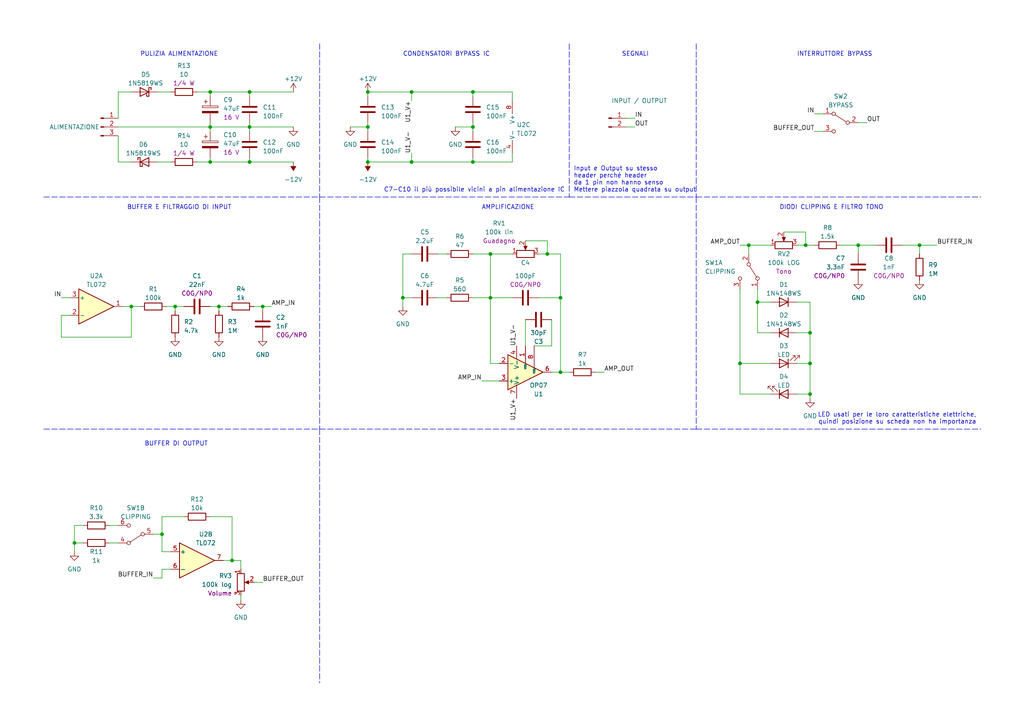
<source format=kicad_sch>
(kicad_sch (version 20230121) (generator eeschema)
  (paper "A4")
  (title_block (title "EFFETTO DISTORSORE ") (date "2023-03-13") (rev "1") (comment 1 "CIrcuito adattato dal pedale per effetti \"RAT\" della ProCo"))
  (lib_symbols
    (symbol "Amplifier_Operational:OP07" (pin_names (offset 0.127))
      (property "Reference" "U" (at 1.27 6.35 0))
      (property "Value" "OP07" (at 1.27 3.81 0))
      (symbol "OP07_0_1"
        (polyline (pts (xy -5.08 5.08) (xy 5.08 0) (xy -5.08 -5.08) (xy -5.08 5.08)) (stroke (width 0.254)) (fill (type background)))
      )
      (symbol "OP07_1_1"
        (pin input line (at 0 -7.62 90) (length 5.08) (name "VOS") (number "1"))
        (pin input line (at -7.62 -2.54 0) (length 2.54) (name "-") (number "2"))
        (pin input line (at -7.62 2.54 0) (length 2.54) (name "+") (number "3"))
        (pin power_in line (at -2.54 -7.62 90) (length 3.81) (name "V-") (number "4"))
        (pin no_connect line (at 0 2.54 270) (length 2.54) hide (name "NC") (number "5"))
        (pin output line (at 7.62 0 180) (length 2.54) (name "~") (number "6"))
        (pin power_in line (at -2.54 7.62 270) (length 3.81) (name "V+") (number "7"))
        (pin input line (at 2.54 -7.62 90) (length 6.35) (name "VOS") (number "8"))
      )
    )
    (symbol "Amplifier_Operational:TL072" (pin_names (offset 0.127))
      (property "Reference" "U" (at 0 5.08 0))
      (property "Value" "TL072" (at 0 -5.08 0))
      (symbol "TL072_1_1"
        (polyline (pts (xy -5.08 5.08) (xy 5.08 0) (xy -5.08 -5.08) (xy -5.08 5.08)) (stroke (width 0.254)) (fill (type background)))
        (pin output line (at 7.62 0 180) (length 2.54) (name "~") (number "1"))
        (pin input line (at -7.62 -2.54 0) (length 2.54) (name "-") (number "2"))
        (pin input line (at -7.62 2.54 0) (length 2.54) (name "+") (number "3"))
      )
      (symbol "TL072_2_1"
        (polyline (pts (xy -5.08 5.08) (xy 5.08 0) (xy -5.08 -5.08) (xy -5.08 5.08)) (stroke (width 0.254)) (fill (type background)))
        (pin input line (at -7.62 2.54 0) (length 2.54) (name "+") (number "5"))
        (pin input line (at -7.62 -2.54 0) (length 2.54) (name "-") (number "6"))
        (pin output line (at 7.62 0 180) (length 2.54) (name "~") (number "7"))
      )
      (symbol "TL072_3_1"
        (pin power_in line (at -2.54 -7.62 90) (length 3.81) (name "V-") (number "4"))
        (pin power_in line (at -2.54 7.62 270) (length 3.81) (name "V+") (number "8"))
      )
    )
    (symbol "Connector:Conn_01x02_Pin" (pin_names (offset 1.016) hide)
      (property "Reference" "J" (at 0 2.54 0))
      (property "Value" "Conn_01x02_Pin" (at 0 -5.08 0))
      (symbol "Conn_01x02_Pin_1_1"
        (polyline (pts (xy 1.27 -2.54) (xy 0.8636 -2.54)) (stroke (width 0.1524)))
        (polyline (pts (xy 1.27 0) (xy 0.8636 0)) (stroke (width 0.1524)))
        (rectangle (start 0.8636 -2.413) (end 0 -2.667) (stroke (width 0.1524)) (fill (type outline)))
        (rectangle (start 0.8636 0.127) (end 0 -0.127) (stroke (width 0.1524)) (fill (type outline)))
        (pin passive line (at 5.08 0 180) (length 3.81) (name "Pin_1") (number "1"))
        (pin passive line (at 5.08 -2.54 180) (length 3.81) (name "Pin_2") (number "2"))
      )
    )
    (symbol "Connector:Conn_01x03_Pin" (pin_names (offset 1.016) hide)
      (property "Reference" "J" (at 0 5.08 0))
      (property "Value" "Conn_01x03_Pin" (at 0 -5.08 0))
      (symbol "Conn_01x03_Pin_1_1"
        (polyline (pts (xy 1.27 -2.54) (xy 0.8636 -2.54)) (stroke (width 0.1524)))
        (polyline (pts (xy 1.27 0) (xy 0.8636 0)) (stroke (width 0.1524)))
        (polyline (pts (xy 1.27 2.54) (xy 0.8636 2.54)) (stroke (width 0.1524)))
        (rectangle (start 0.8636 -2.413) (end 0 -2.667) (stroke (width 0.1524)) (fill (type outline)))
        (rectangle (start 0.8636 0.127) (end 0 -0.127) (stroke (width 0.1524)) (fill (type outline)))
        (rectangle (start 0.8636 2.667) (end 0 2.413) (stroke (width 0.1524)) (fill (type outline)))
        (pin passive line (at 5.08 2.54 180) (length 3.81) (name "Pin_1") (number "1"))
        (pin passive line (at 5.08 0 180) (length 3.81) (name "Pin_2") (number "2"))
        (pin passive line (at 5.08 -2.54 180) (length 3.81) (name "Pin_3") (number "3"))
      )
    )
    (symbol "Device:C" (pin_numbers hide) (pin_names (offset 0.254))
      (property "Reference" "C" (at 0.635 2.54 0))
      (property "Value" "C" (at 0.635 -2.54 0))
      (symbol "C_0_1"
        (polyline (pts (xy -2.032 -0.762) (xy 2.032 -0.762)) (stroke (width 0.508)))
        (polyline (pts (xy -2.032 0.762) (xy 2.032 0.762)) (stroke (width 0.508)))
      )
      (symbol "C_1_1"
        (pin passive line (at 0 3.81 270) (length 2.794) (name "~") (number "1"))
        (pin passive line (at 0 -3.81 90) (length 2.794) (name "~") (number "2"))
      )
    )
    (symbol "Device:C_Polarized" (pin_numbers hide) (pin_names (offset 0.254))
      (property "Reference" "C" (at 0.635 2.54 0))
      (property "Value" "C_Polarized" (at 0.635 -2.54 0))
      (symbol "C_Polarized_0_1"
        (rectangle (start -2.286 0.508) (end 2.286 1.016))
        (polyline (pts (xy -1.778 2.286) (xy -0.762 2.286)))
        (polyline (pts (xy -1.27 2.794) (xy -1.27 1.778)))
        (rectangle (start 2.286 -0.508) (end -2.286 -1.016) (fill (type outline)))
      )
      (symbol "C_Polarized_1_1"
        (pin passive line (at 0 3.81 270) (length 2.794) (name "~") (number "1"))
        (pin passive line (at 0 -3.81 90) (length 2.794) (name "~") (number "2"))
      )
    )
    (symbol "Device:LED" (pin_numbers hide) (pin_names (offset 1.016) hide)
      (property "Reference" "D" (at 0 2.54 0))
      (property "Value" "LED" (at 0 -2.54 0))
      (symbol "LED_0_1"
        (polyline (pts (xy -1.27 -1.27) (xy -1.27 1.27)) (stroke (width 0.254)))
        (polyline (pts (xy -1.27 0) (xy 1.27 0)))
        (polyline (pts (xy 1.27 -1.27) (xy 1.27 1.27) (xy -1.27 0) (xy 1.27 -1.27)) (stroke (width 0.254)))
        (polyline (pts (xy -3.048 -0.762) (xy -4.572 -2.286) (xy -3.81 -2.286) (xy -4.572 -2.286) (xy -4.572 -1.524)))
        (polyline (pts (xy -1.778 -0.762) (xy -3.302 -2.286) (xy -2.54 -2.286) (xy -3.302 -2.286) (xy -3.302 -1.524)))
      )
      (symbol "LED_1_1"
        (pin passive line (at -3.81 0 0) (length 2.54) (name "K") (number "1"))
        (pin passive line (at 3.81 0 180) (length 2.54) (name "A") (number "2"))
      )
    )
    (symbol "Device:R" (pin_numbers hide) (pin_names (offset 0))
      (property "Reference" "R" (at 2.032 0 90))
      (property "Value" "R" (at 0 0 90))
      (symbol "R_0_1"
        (rectangle (start -1.016 -2.54) (end 1.016 2.54) (stroke (width 0.254)))
      )
      (symbol "R_1_1"
        (pin passive line (at 0 3.81 270) (length 1.27) (name "~") (number "1"))
        (pin passive line (at 0 -3.81 90) (length 1.27) (name "~") (number "2"))
      )
    )
    (symbol "Device:R_Potentiometer" (pin_names (offset 1.016) hide)
      (property "Reference" "RV" (at -4.445 0 90))
      (property "Value" "R_Potentiometer" (at -2.54 0 90))
      (symbol "R_Potentiometer_0_1"
        (polyline (pts (xy 2.54 0) (xy 1.524 0)))
        (polyline (pts (xy 1.143 0) (xy 2.286 0.508) (xy 2.286 -0.508) (xy 1.143 0)) (fill (type outline)))
        (rectangle (start 1.016 2.54) (end -1.016 -2.54) (stroke (width 0.254)))
      )
      (symbol "R_Potentiometer_1_1"
        (pin passive line (at 0 3.81 270) (length 1.27) (name "1") (number "1"))
        (pin passive line (at 3.81 0 180) (length 1.27) (name "2") (number "2"))
        (pin passive line (at 0 -3.81 90) (length 1.27) (name "3") (number "3"))
      )
    )
    (symbol "Diode:1N4148WS" (pin_numbers hide) (pin_names hide)
      (property "Reference" "D" (at 0 2.54 0))
      (property "Value" "1N4148WS" (at 0 -2.54 0))
      (symbol "1N4148WS_0_1"
        (polyline (pts (xy -1.27 1.27) (xy -1.27 -1.27)) (stroke (width 0.254)))
        (polyline (pts (xy 1.27 0) (xy -1.27 0)))
        (polyline (pts (xy 1.27 1.27) (xy 1.27 -1.27) (xy -1.27 0) (xy 1.27 1.27)) (stroke (width 0.254)))
      )
      (symbol "1N4148WS_1_1"
        (pin passive line (at -3.81 0 0) (length 2.54) (name "K") (number "1"))
        (pin passive line (at 3.81 0 180) (length 2.54) (name "A") (number "2"))
      )
    )
    (symbol "Diode:1N5819WS" (pin_numbers hide) (pin_names (offset 1.016) hide)
      (property "Reference" "D" (at 0 2.54 0))
      (property "Value" "1N5819WS" (at 0 -2.54 0))
      (symbol "1N5819WS_0_1"
        (polyline (pts (xy 1.27 0) (xy -1.27 0)))
        (polyline (pts (xy 1.27 1.27) (xy 1.27 -1.27) (xy -1.27 0) (xy 1.27 1.27)) (stroke (width 0.254)))
        (polyline (pts (xy -1.905 0.635) (xy -1.905 1.27) (xy -1.27 1.27) (xy -1.27 -1.27) (xy -0.635 -1.27) (xy -0.635 -0.635)) (stroke (width 0.254)))
      )
      (symbol "1N5819WS_1_1"
        (pin passive line (at -3.81 0 0) (length 2.54) (name "K") (number "1"))
        (pin passive line (at 3.81 0 180) (length 2.54) (name "A") (number "2"))
      )
    )
    (symbol "Switch:SW_DPDT_x2" (pin_names (offset 0) hide)
      (property "Reference" "SW" (at 0 4.318 0))
      (property "Value" "SW_DPDT_x2" (at 0 -5.08 0))
      (symbol "SW_DPDT_x2_0_0"
        (circle (center -2.032 0) (radius 0.508))
        (circle (center 2.032 -2.54) (radius 0.508))
      )
      (symbol "SW_DPDT_x2_0_1"
        (polyline (pts (xy -1.524 0.254) (xy 1.651 2.286)))
        (circle (center 2.032 2.54) (radius 0.508))
      )
      (symbol "SW_DPDT_x2_1_1"
        (pin passive line (at 5.08 2.54 180) (length 2.54) (name "A") (number "1"))
        (pin passive line (at -5.08 0 0) (length 2.54) (name "B") (number "2"))
        (pin passive line (at 5.08 -2.54 180) (length 2.54) (name "C") (number "3"))
      )
      (symbol "SW_DPDT_x2_2_1"
        (pin passive line (at 5.08 2.54 180) (length 2.54) (name "A") (number "4"))
        (pin passive line (at -5.08 0 0) (length 2.54) (name "B") (number "5"))
        (pin passive line (at 5.08 -2.54 180) (length 2.54) (name "C") (number "6"))
      )
    )
    (symbol "Switch:SW_SPDT" (pin_names (offset 0) hide)
      (property "Reference" "SW" (at 0 4.318 0))
      (property "Value" "SW_SPDT" (at 0 -5.08 0))
      (symbol "SW_SPDT_0_0"
        (circle (center -2.032 0) (radius 0.508))
        (circle (center 2.032 -2.54) (radius 0.508))
      )
      (symbol "SW_SPDT_0_1"
        (polyline (pts (xy -1.524 0.254) (xy 1.651 2.286)))
        (circle (center 2.032 2.54) (radius 0.508))
      )
      (symbol "SW_SPDT_1_1"
        (pin passive line (at 5.08 2.54 180) (length 2.54) (name "A") (number "1"))
        (pin passive line (at -5.08 0 0) (length 2.54) (name "B") (number "2"))
        (pin passive line (at 5.08 -2.54 180) (length 2.54) (name "C") (number "3"))
      )
    )
    (symbol "power:+12V" (power) (pin_names (offset 0))
      (property "Value" "+12V" (at 0 3.556 0))
      (symbol "+12V_0_1"
        (polyline (pts (xy -0.762 1.27) (xy 0 2.54)))
        (polyline (pts (xy 0 0) (xy 0 2.54)))
        (polyline (pts (xy 0 2.54) (xy 0.762 1.27)))
      )
      (symbol "+12V_1_1"
        (pin power_in line (at 0 0 90) (length 0) hide (name "+12V") (number "1"))
      )
    )
    (symbol "power:-12V" (power) (pin_names (offset 0))
      (property "Value" "-12V" (at 0 3.81 0))
      (symbol "-12V_0_0"
        (pin power_in line (at 0 0 90) (length 0) hide (name "-12V") (number "1"))
      )
      (symbol "-12V_0_1"
        (polyline (pts (xy 0 0) (xy 0 1.27) (xy 0.762 1.27) (xy 0 2.54) (xy -0.762 1.27) (xy 0 1.27)) (fill (type outline)))
      )
    )
    (symbol "power:GND" (power) (pin_names (offset 0))
      (property "Value" "GND" (at 0 -3.81 0))
      (symbol "GND_0_1"
        (polyline (pts (xy 0 0) (xy 0 -1.27) (xy 1.27 -1.27) (xy 0 -2.54) (xy -1.27 -1.27) (xy 0 -1.27)))
      )
      (symbol "GND_1_1"
        (pin power_in line (at 0 0 270) (length 0) hide (name "GND") (number "1"))
      )
    )
  )
  (junction (at 21.59 157.48))
  (junction (at 76.2 88.9))
  (junction (at 217.17 71.12))
  (junction (at 162.56 107.95))
  (junction (at 219.71 87.63))
  (junction (at 106.68 46.99))
  (junction (at 142.24 73.66))
  (junction (at 72.39 36.83))
  (junction (at 72.39 26.67))
  (junction (at 116.84 86.36))
  (junction (at 63.5 88.9))
  (junction (at 233.68 71.12))
  (junction (at 234.95 114.3))
  (junction (at 142.24 86.36))
  (junction (at 46.99 154.94))
  (junction (at 119.38 26.67))
  (junction (at 234.95 105.41))
  (junction (at 137.16 46.99))
  (junction (at 137.16 26.67))
  (junction (at 60.96 36.83))
  (junction (at 60.96 26.67))
  (junction (at 106.68 26.67))
  (junction (at 38.1 88.9))
  (junction (at 137.16 36.83))
  (junction (at 158.75 73.66))
  (junction (at 67.31 162.56))
  (junction (at 72.39 46.99))
  (junction (at 162.56 86.36))
  (junction (at 106.68 36.83))
  (junction (at 50.8 88.9))
  (junction (at 119.38 46.99))
  (junction (at 60.96 46.99))
  (junction (at 214.63 105.41))
  (junction (at 248.92 71.12))
  (junction (at 266.7 71.12))
  (junction (at 234.95 96.52))
  (wire (pts (xy 38.1 88.9) (xy 40.64 88.9)))
  (polyline (pts (xy 12.7 124.46) (xy 92.71 124.46)) (stroke (width 0) (type dash)))
  (wire (pts (xy 158.75 69.85) (xy 158.75 73.66)))
  (wire (pts (xy 60.96 46.99) (xy 72.39 46.99)))
  (wire (pts (xy 44.45 154.94) (xy 46.99 154.94)))
  (wire (pts (xy 231.14 87.63) (xy 234.95 87.63)))
  (wire (pts (xy 63.5 88.9) (xy 63.5 90.17)))
  (wire (pts (xy 223.52 114.3) (xy 214.63 114.3)))
  (wire (pts (xy 67.31 162.56) (xy 64.77 162.56)))
  (wire (pts (xy 73.66 168.91) (xy 76.2 168.91)))
  (wire (pts (xy 127 86.36) (xy 129.54 86.36)))
  (wire (pts (xy 67.31 149.86) (xy 67.31 162.56)))
  (wire (pts (xy 148.59 26.67) (xy 148.59 29.21)))
  (wire (pts (xy 231.14 71.12) (xy 233.68 71.12)))
  (wire (pts (xy 234.95 87.63) (xy 234.95 96.52)))
  (wire (pts (xy 106.68 46.99) (xy 119.38 46.99)))
  (wire (pts (xy 73.66 88.9) (xy 76.2 88.9)))
  (wire (pts (xy 34.29 46.99) (xy 38.1 46.99)))
  (wire (pts (xy 50.8 88.9) (xy 53.34 88.9)))
  (wire (pts (xy 72.39 46.99) (xy 72.39 45.72)))
  (wire (pts (xy 50.8 88.9) (xy 50.8 90.17)))
  (wire (pts (xy 137.16 45.72) (xy 137.16 46.99)))
  (wire (pts (xy 119.38 73.66) (xy 116.84 73.66)))
  (wire (pts (xy 227.33 67.31) (xy 233.68 67.31)))
  (wire (pts (xy 231.14 114.3) (xy 234.95 114.3)))
  (wire (pts (xy 219.71 87.63) (xy 219.71 96.52)))
  (wire (pts (xy 119.38 46.99) (xy 137.16 46.99)))
  (wire (pts (xy 21.59 157.48) (xy 24.13 157.48)))
  (wire (pts (xy 233.68 67.31) (xy 233.68 71.12)))
  (wire (pts (xy 248.92 71.12) (xy 248.92 73.66)))
  (wire (pts (xy 234.95 114.3) (xy 234.95 115.57)))
  (wire (pts (xy 266.7 71.12) (xy 271.78 71.12)))
  (wire (pts (xy 72.39 26.67) (xy 72.39 27.94)))
  (wire (pts (xy 142.24 73.66) (xy 148.59 73.66)))
  (wire (pts (xy 116.84 86.36) (xy 116.84 88.9)))
  (wire (pts (xy 119.38 26.67) (xy 119.38 29.21)))
  (wire (pts (xy 137.16 46.99) (xy 148.59 46.99)))
  (wire (pts (xy 69.85 165.1) (xy 69.85 162.56)))
  (wire (pts (xy 243.84 71.12) (xy 248.92 71.12)))
  (wire (pts (xy 60.96 149.86) (xy 67.31 149.86)))
  (wire (pts (xy 44.45 167.64) (xy 46.99 167.64)))
  (wire (pts (xy 24.13 152.4) (xy 21.59 152.4)))
  (wire (pts (xy 46.99 154.94) (xy 46.99 160.02)))
  (wire (pts (xy 172.72 107.95) (xy 175.26 107.95)))
  (wire (pts (xy 162.56 73.66) (xy 162.56 86.36)))
  (wire (pts (xy 72.39 38.1) (xy 72.39 36.83)))
  (wire (pts (xy 17.78 91.44) (xy 17.78 97.79)))
  (wire (pts (xy 144.78 105.41) (xy 142.24 105.41)))
  (wire (pts (xy 60.96 38.1) (xy 60.96 36.83)))
  (wire (pts (xy 60.96 26.67) (xy 72.39 26.67)))
  (wire (pts (xy 60.96 46.99) (xy 60.96 45.72)))
  (wire (pts (xy 63.5 88.9) (xy 66.04 88.9)))
  (wire (pts (xy 137.16 35.56) (xy 137.16 36.83)))
  (polyline (pts (xy 12.7 57.15) (xy 92.71 57.15)) (stroke (width 0) (type dash)))
  (wire (pts (xy 76.2 88.9) (xy 76.2 90.17)))
  (wire (pts (xy 142.24 105.41) (xy 142.24 86.36)))
  (polyline (pts (xy 92.71 57.15) (xy 92.71 124.46)) (stroke (width 0) (type dash)))
  (wire (pts (xy 21.59 152.4) (xy 21.59 157.48)))
  (wire (pts (xy 31.75 152.4) (xy 34.29 152.4)))
  (wire (pts (xy 142.24 86.36) (xy 148.59 86.36)))
  (wire (pts (xy 106.68 26.67) (xy 119.38 26.67)))
  (wire (pts (xy 48.26 88.9) (xy 50.8 88.9)))
  (wire (pts (xy 34.29 39.37) (xy 34.29 46.99)))
  (wire (pts (xy 217.17 73.66) (xy 217.17 71.12)))
  (wire (pts (xy 231.14 105.41) (xy 234.95 105.41)))
  (polyline (pts (xy 92.71 12.7) (xy 92.71 57.15)) (stroke (width 0) (type dash)))
  (wire (pts (xy 101.6 36.83) (xy 106.68 36.83)))
  (polyline (pts (xy 165.1 12.7) (xy 165.1 57.15)) (stroke (width 0) (type dash)))
  (polyline (pts (xy 165.1 57.15) (xy 201.93 57.15)) (stroke (width 0) (type dash)))
  (wire (pts (xy 72.39 36.83) (xy 60.96 36.83)))
  (wire (pts (xy 60.96 35.56) (xy 60.96 36.83)))
  (wire (pts (xy 217.17 71.12) (xy 223.52 71.12)))
  (wire (pts (xy 106.68 35.56) (xy 106.68 36.83)))
  (wire (pts (xy 181.61 36.83) (xy 184.15 36.83)))
  (wire (pts (xy 69.85 172.72) (xy 69.85 173.99)))
  (wire (pts (xy 21.59 157.48) (xy 21.59 160.02)))
  (wire (pts (xy 116.84 86.36) (xy 119.38 86.36)))
  (wire (pts (xy 60.96 26.67) (xy 60.96 27.94)))
  (wire (pts (xy 234.95 96.52) (xy 234.95 105.41)))
  (wire (pts (xy 46.99 149.86) (xy 53.34 149.86)))
  (wire (pts (xy 156.21 73.66) (xy 158.75 73.66)))
  (wire (pts (xy 20.32 91.44) (xy 17.78 91.44)))
  (wire (pts (xy 34.29 26.67) (xy 38.1 26.67)))
  (wire (pts (xy 142.24 73.66) (xy 142.24 86.36)))
  (wire (pts (xy 72.39 35.56) (xy 72.39 36.83)))
  (wire (pts (xy 46.99 149.86) (xy 46.99 154.94)))
  (wire (pts (xy 34.29 36.83) (xy 60.96 36.83)))
  (wire (pts (xy 214.63 71.12) (xy 217.17 71.12)))
  (wire (pts (xy 119.38 44.45) (xy 119.38 46.99)))
  (wire (pts (xy 31.75 157.48) (xy 34.29 157.48)))
  (wire (pts (xy 35.56 88.9) (xy 38.1 88.9)))
  (wire (pts (xy 152.4 69.85) (xy 158.75 69.85)))
  (wire (pts (xy 214.63 83.82) (xy 214.63 105.41)))
  (wire (pts (xy 236.22 38.1) (xy 238.76 38.1)))
  (wire (pts (xy 38.1 97.79) (xy 38.1 88.9)))
  (wire (pts (xy 106.68 36.83) (xy 106.68 38.1)))
  (wire (pts (xy 116.84 73.66) (xy 116.84 86.36)))
  (wire (pts (xy 17.78 86.36) (xy 20.32 86.36)))
  (polyline (pts (xy 92.71 57.15) (xy 165.1 57.15)) (stroke (width 0) (type dash)))
  (wire (pts (xy 160.02 92.71) (xy 160.02 100.33)))
  (polyline (pts (xy 201.93 12.7) (xy 201.93 57.15)) (stroke (width 0) (type dash)))
  (wire (pts (xy 137.16 73.66) (xy 142.24 73.66)))
  (wire (pts (xy 46.99 165.1) (xy 49.53 165.1)))
  (wire (pts (xy 236.22 33.02) (xy 238.76 33.02)))
  (wire (pts (xy 152.4 92.71) (xy 152.4 100.33)))
  (polyline (pts (xy 201.93 57.15) (xy 284.48 57.15)) (stroke (width 0) (type dash)))
  (wire (pts (xy 34.29 34.29) (xy 34.29 26.67)))
  (wire (pts (xy 234.95 114.3) (xy 234.95 105.41)))
  (wire (pts (xy 219.71 87.63) (xy 223.52 87.63)))
  (wire (pts (xy 106.68 27.94) (xy 106.68 26.67)))
  (wire (pts (xy 60.96 88.9) (xy 63.5 88.9)))
  (wire (pts (xy 160.02 100.33) (xy 154.94 100.33)))
  (wire (pts (xy 119.38 26.67) (xy 137.16 26.67)))
  (wire (pts (xy 139.7 110.49) (xy 144.78 110.49)))
  (wire (pts (xy 76.2 88.9) (xy 78.74 88.9)))
  (wire (pts (xy 181.61 34.29) (xy 184.15 34.29)))
  (wire (pts (xy 137.16 86.36) (xy 142.24 86.36)))
  (wire (pts (xy 160.02 107.95) (xy 162.56 107.95)))
  (wire (pts (xy 261.62 71.12) (xy 266.7 71.12)))
  (wire (pts (xy 137.16 26.67) (xy 137.16 27.94)))
  (wire (pts (xy 219.71 83.82) (xy 219.71 87.63)))
  (wire (pts (xy 248.92 71.12) (xy 254 71.12)))
  (polyline (pts (xy 92.71 124.46) (xy 92.71 198.12)) (stroke (width 0) (type dash)))
  (wire (pts (xy 162.56 107.95) (xy 165.1 107.95)))
  (wire (pts (xy 67.31 162.56) (xy 69.85 162.56)))
  (polyline (pts (xy 201.93 124.46) (xy 284.48 124.46)) (stroke (width 0) (type dash)))
  (wire (pts (xy 106.68 45.72) (xy 106.68 46.99)))
  (wire (pts (xy 127 73.66) (xy 129.54 73.66)))
  (polyline (pts (xy 201.93 57.15) (xy 201.93 124.46)) (stroke (width 0) (type dash)))
  (wire (pts (xy 57.15 46.99) (xy 60.96 46.99)))
  (polyline (pts (xy 92.71 124.46) (xy 201.93 124.46)) (stroke (width 0) (type dash)))
  (wire (pts (xy 72.39 46.99) (xy 85.09 46.99)))
  (wire (pts (xy 57.15 26.67) (xy 60.96 26.67)))
  (wire (pts (xy 17.78 97.79) (xy 38.1 97.79)))
  (wire (pts (xy 72.39 36.83) (xy 85.09 36.83)))
  (wire (pts (xy 219.71 96.52) (xy 223.52 96.52)))
  (wire (pts (xy 233.68 71.12) (xy 236.22 71.12)))
  (wire (pts (xy 231.14 96.52) (xy 234.95 96.52)))
  (wire (pts (xy 266.7 73.66) (xy 266.7 71.12)))
  (wire (pts (xy 45.72 26.67) (xy 49.53 26.67)))
  (wire (pts (xy 248.92 35.56) (xy 251.46 35.56)))
  (wire (pts (xy 162.56 107.95) (xy 162.56 86.36)))
  (wire (pts (xy 46.99 167.64) (xy 46.99 165.1)))
  (wire (pts (xy 214.63 105.41) (xy 214.63 114.3)))
  (wire (pts (xy 214.63 105.41) (xy 223.52 105.41)))
  (wire (pts (xy 158.75 73.66) (xy 162.56 73.66)))
  (wire (pts (xy 49.53 160.02) (xy 46.99 160.02)))
  (wire (pts (xy 148.59 44.45) (xy 148.59 46.99)))
  (wire (pts (xy 156.21 86.36) (xy 162.56 86.36)))
  (wire (pts (xy 72.39 26.67) (xy 85.09 26.67)))
  (wire (pts (xy 137.16 36.83) (xy 137.16 38.1)))
  (wire (pts (xy 137.16 26.67) (xy 148.59 26.67)))
  (wire (pts (xy 45.72 46.99) (xy 49.53 46.99)))
  (wire (pts (xy 132.08 36.83) (xy 137.16 36.83)))
  (text "BUFFER E FILTRAGGIO DI INPUT\n" (at 36.83 60.96 0) (effects (font (size 1.27 1.27)) (justify left bottom)))
  (text "C7-C10 il più possibile vicini a pin alimentazione IC" (at 163.83 55.88 0) (effects (font (size 1.27 1.27)) (justify right bottom)))
  (text "Input e Output su stesso\nheader perché header \nda 1 pin non hanno senso\nMettere piazzola quadrata su output" (at 166.37 55.88 0) (effects (font (size 1.27 1.27)) (justify left bottom)))
  (text "SEGNALI" (at 180.34 16.51 0) (effects (font (size 1.27 1.27)) (justify left bottom)))
  (text "INTERRUTTORE BYPASS" (at 231.14 16.51 0) (effects (font (size 1.27 1.27)) (justify left bottom)))
  (text "AMPLIFICAZIONE\n" (at 139.7 60.96 0) (effects (font (size 1.27 1.27)) (justify left bottom)))
  (text "BUFFER DI OUTPUT\n" (at 41.91 129.54 0) (effects (font (size 1.27 1.27)) (justify left bottom)))
  (text "CONDENSATORI BYPASS IC" (at 116.84 16.51 0) (effects (font (size 1.27 1.27)) (justify left bottom)))
  (text "DIODI CLIPPING E FILTRO TONO" (at 226.06 60.96 0) (effects (font (size 1.27 1.27)) (justify left bottom)))
  (text "PULIZIA ALIMENTAZIONE\n" (at 40.64 16.51 0) (effects (font (size 1.27 1.27)) (justify left bottom)))
  (text "LED usati per le loro caratteristiche elettriche,\nquindi posizione su scheda non ha importanza" (at 283.21 123.19 0) (effects (font (size 1.27 1.27)) (justify right bottom)))
  (label "AMP_IN" (at 139.7 110.49 180))
  (label "OUT" (at 184.15 36.83 0))
  (label "U1_V+" (at 149.86 115.57 270))
  (label "IN" (at 236.22 33.02 180))
  (label "BUFFER_IN" (at 44.45 167.64 180))
  (label "AMP_IN" (at 78.74 88.9 0))
  (label "OUT" (at 251.46 35.56 0))
  (label "BUFFER_IN" (at 271.78 71.12 0))
  (label "U1_V-" (at 149.86 100.33 90))
  (label "AMP_OUT" (at 214.63 71.12 180))
  (label "BUFFER_OUT" (at 236.22 38.1 180))
  (label "BUFFER_OUT" (at 76.2 168.91 0))
  (label "U1_V+" (at 119.38 29.21 270))
  (label "AMP_OUT" (at 175.26 107.95 0))
  (label "U1_V-" (at 119.38 44.45 90))
  (label "IN" (at 17.78 86.36 180))
  (label "IN" (at 184.15 34.29 0))
  (symbol (lib_id "Device:LED") (at 227.33 105.41 180) (unit 1)
    (property "Reference" "D3" (at 227.33 100.33 0))
    (property "Value" "LED" (at 227.33 102.87 0))
    (property "Footprint" "LED_SMD:LED_0603_1608Metric" (effects hide))
    (property "Datasheet" "KT-0603R" (effects hide))
  )
  (symbol (lib_id "power:GND") (at 50.8 97.79 0) (unit 1)
    (property "Reference" "#PWR08" (effects hide))
    (property "Value" "GND" (at 50.8 102.87 0))
  )
  (symbol (lib_id "Diode:1N5819WS") (at 41.91 46.99 0) (unit 1)
    (property "Reference" "D6" (at 41.5925 41.91 0))
    (property "Value" "1N5819WS" (at 41.5925 44.45 0))
    (property "Footprint" "Diode_SMD:D_SOD-323" (effects hide))
    (property "Datasheet" "1N5819WS" (effects hide))
  )
  (symbol (lib_id "Device:C") (at 123.19 86.36 90) (unit 1)
    (property "Reference" "C6" (at 123.19 80.01 90))
    (property "Value" "4.7uF" (at 123.19 82.55 90))
    (property "Footprint" "Capacitor_SMD:C_0603_1608Metric" (effects hide))
    (property "Datasheet" "GRM21BR61H475KE51L" (effects hide))
  )
  (symbol (lib_id "Device:R") (at 63.5 93.98 0) (unit 1)
    (property "Reference" "R3" (at 66.04 93.345 0) (effects (justify left)))
    (property "Value" "1M" (at 66.04 95.885 0) (effects (justify left)))
    (property "Footprint" "Resistor_SMD:R_0402_1005Metric" (effects hide))
    (property "Datasheet" "0402WGF1004TCE" (effects hide))
  )
  (symbol (lib_id "Switch:SW_DPDT_x2") (at 39.37 154.94 180) (unit 2)
    (property "Reference" "SW1" (at 39.37 147.32 0))
    (property "Value" "CLIPPING" (at 39.37 149.86 0))
    (property "Footprint" "Connector_PinHeader_2.54mm:PinHeader_1x06_P2.54mm_Vertical" (effects hide))
  )
  (symbol (lib_id "Amplifier_Operational:TL072") (at 27.94 88.9 0) (unit 1)
    (property "Reference" "U2" (at 27.94 80.01 0))
    (property "Value" "TL072" (at 27.94 82.55 0))
    (property "Footprint" "Package_SO:SO-8_3.9x4.9mm_P1.27mm" (effects hide))
    (property "Datasheet" "TL072CDT" (effects hide))
  )
  (symbol (lib_id "Device:C") (at 106.68 31.75 0) (unit 1)
    (property "Reference" "C13" (at 110.49 31.115 0) (effects (justify left)))
    (property "Value" "100nF" (at 110.49 33.655 0) (effects (justify left)))
    (property "Footprint" "Capacitor_SMD:C_0402_1005Metric" (effects hide))
    (property "Datasheet" "CL05B104KO5NNNC" (effects hide))
  )
  (symbol (lib_id "Switch:SW_SPDT") (at 243.84 35.56 0) (mirror y) (unit 1)
    (property "Reference" "SW2" (at 243.84 27.94 0))
    (property "Value" "BYPASS" (at 243.84 30.48 0))
    (property "Footprint" "Connector_PinHeader_2.54mm:PinHeader_1x03_P2.54mm_Vertical" (effects hide))
  )
  (symbol (lib_id "power:GND") (at 132.08 36.83 0) (unit 1)
    (property "Reference" "#PWR07" (effects hide))
    (property "Value" "GND" (at 132.08 41.91 0))
  )
  (symbol (lib_id "Device:C") (at 72.39 41.91 0) (unit 1)
    (property "Reference" "C12" (at 76.2 41.275 0) (effects (justify left)))
    (property "Value" "100nF" (at 76.2 43.815 0) (effects (justify left)))
    (property "Footprint" "Capacitor_SMD:C_0402_1005Metric" (effects hide))
    (property "Datasheet" "CL05B104KO5NNNC" (effects hide))
  )
  (symbol (lib_id "Device:C") (at 76.2 93.98 180) (unit 1)
    (property "Reference" "C2" (at 80.01 92.075 0) (effects (justify right)))
    (property "Value" "1nF" (at 80.01 94.615 0) (effects (justify right)))
    (property "Footprint" "Capacitor_SMD:C_0402_1005Metric" (effects hide))
    (property "Datasheet" "CC0402JRNPO9BN102" (effects hide))
    (property "Dielectric" "C0G/NP0" (at 80.01 97.155 0) (effects (justify right)))
  )
  (symbol (lib_id "Amplifier_Operational:TL072") (at 151.13 36.83 0) (unit 3)
    (property "Reference" "U2" (at 149.86 36.195 0) (effects (justify left)))
    (property "Value" "TL072" (at 149.86 38.735 0) (effects (justify left)))
    (property "Footprint" "Package_SO:SO-8_3.9x4.9mm_P1.27mm" (effects hide))
    (property "Datasheet" "TL072CDT" (effects hide))
  )
  (symbol (lib_id "Device:R_Potentiometer") (at 227.33 71.12 90) (unit 1)
    (property "Reference" "RV2" (at 227.33 73.66 90))
    (property "Value" "100k LOG" (at 227.33 76.2 90))
    (property "Footprint" "Connector_PinHeader_2.54mm:PinHeader_1x03_P2.54mm_Vertical" (effects hide))
    (property "Control" "Tono" (at 227.33 78.74 90))
  )
  (symbol (lib_id "Device:C") (at 156.21 92.71 90) (mirror x) (unit 1)
    (property "Reference" "C3" (at 156.21 99.06 90))
    (property "Value" "30pF" (at 156.21 96.52 90))
    (property "Footprint" "Capacitor_SMD:C_0603_1608Metric" (effects hide))
    (property "Datasheet" "TCC0603COG300K500CT" (effects hide))
  )
  (symbol (lib_id "power:GND") (at 76.2 97.79 0) (unit 1)
    (property "Reference" "#PWR010" (effects hide))
    (property "Value" "GND" (at 76.2 102.87 0))
  )
  (symbol (lib_id "power:GND") (at 116.84 88.9 0) (unit 1)
    (property "Reference" "#PWR011" (effects hide))
    (property "Value" "GND" (at 116.84 93.98 0))
  )
  (symbol (lib_id "Switch:SW_DPDT_x2") (at 217.17 78.74 270) (unit 1)
    (property "Reference" "SW1" (at 204.47 76.2 90) (effects (justify left)))
    (property "Value" "CLIPPING" (at 204.47 78.74 90) (effects (justify left)))
    (property "Footprint" "Connector_PinHeader_2.54mm:PinHeader_1x06_P2.54mm_Vertical" (effects hide))
  )
  (symbol (lib_id "Device:R") (at 133.35 73.66 90) (unit 1)
    (property "Reference" "R6" (at 133.35 68.58 90))
    (property "Value" "47" (at 133.35 71.12 90))
    (property "Footprint" "Resistor_SMD:R_0402_1005Metric" (effects hide))
    (property "Datasheet" "0402WGF470JTCE" (effects hide))
  )
  (symbol (lib_id "Device:R") (at 266.7 77.47 0) (unit 1)
    (property "Reference" "R9" (at 269.24 76.835 0) (effects (justify left)))
    (property "Value" "1M" (at 269.24 79.375 0) (effects (justify left)))
    (property "Footprint" "Resistor_SMD:R_0402_1005Metric" (effects hide))
    (property "Datasheet" "0402WGF1004TCE" (effects hide))
  )
  (symbol (lib_id "Device:R") (at 69.85 88.9 90) (unit 1)
    (property "Reference" "R4" (at 69.85 83.82 90))
    (property "Value" "1k" (at 69.85 86.36 90))
    (property "Footprint" "Resistor_SMD:R_0402_1005Metric" (effects hide))
    (property "Datasheet" "0402WGF1001TCE" (effects hide))
  )
  (symbol (lib_id "Device:C") (at 137.16 31.75 0) (unit 1)
    (property "Reference" "C15" (at 140.97 31.115 0) (effects (justify left)))
    (property "Value" "100nF" (at 140.97 33.655 0) (effects (justify left)))
    (property "Footprint" "Capacitor_SMD:C_0402_1005Metric" (effects hide))
    (property "Datasheet" "CL05B104KO5NNNC" (effects hide))
  )
  (symbol (lib_id "power:-12V") (at 85.09 46.99 180) (unit 1)
    (property "Reference" "#PWR03" (effects hide))
    (property "Value" "-12V" (at 85.09 52.07 0))
  )
  (symbol (lib_id "Device:R") (at 50.8 93.98 180) (unit 1)
    (property "Reference" "R2" (at 53.34 93.345 0) (effects (justify right)))
    (property "Value" "4.7k" (at 53.34 95.885 0) (effects (justify right)))
    (property "Footprint" "Resistor_SMD:R_0402_1005Metric" (effects hide))
    (property "Datasheet" "0402WGF4701TCE" (effects hide))
  )
  (symbol (lib_id "Device:C") (at 137.16 41.91 0) (unit 1)
    (property "Reference" "C16" (at 140.97 41.275 0) (effects (justify left)))
    (property "Value" "100nF" (at 140.97 43.815 0) (effects (justify left)))
    (property "Footprint" "Capacitor_SMD:C_0402_1005Metric" (effects hide))
    (property "Datasheet" "CL05B104KO5NNNC" (effects hide))
  )
  (symbol (lib_id "power:+12V") (at 85.09 26.67 0) (unit 1)
    (property "Reference" "#PWR01" (effects hide))
    (property "Value" "+12V" (at 85.09 22.86 0))
  )
  (symbol (lib_id "Diode:1N5819WS") (at 41.91 26.67 0) (mirror y) (unit 1)
    (property "Reference" "D5" (at 42.2275 21.59 0))
    (property "Value" "1N5819WS" (at 42.2275 24.13 0))
    (property "Footprint" "Diode_SMD:D_SOD-323" (effects hide))
    (property "Datasheet" "1N5819WS" (effects hide))
  )
  (symbol (lib_id "Diode:1N4148WS") (at 227.33 96.52 0) (unit 1)
    (property "Reference" "D2" (at 227.33 91.44 0))
    (property "Value" "1N4148WS" (at 227.33 93.98 0))
    (property "Footprint" "Diode_SMD:D_SOD-323" (effects hide))
    (property "Datasheet" "1N4148WS" (effects hide))
    (property "Sim.Device" "D" (effects hide))
    (property "Sim.Pins" "1=K 2=A" (effects hide))
  )
  (symbol (lib_id "Device:C") (at 72.39 31.75 0) (unit 1)
    (property "Reference" "C11" (at 76.2 31.115 0) (effects (justify left)))
    (property "Value" "100nF" (at 76.2 33.655 0) (effects (justify left)))
    (property "Footprint" "Capacitor_SMD:C_0402_1005Metric" (effects hide))
    (property "Datasheet" "CL05B104KO5NNNC" (effects hide))
  )
  (symbol (lib_id "Device:C") (at 106.68 41.91 0) (unit 1)
    (property "Reference" "C14" (at 110.49 41.275 0) (effects (justify left)))
    (property "Value" "100nF" (at 110.49 43.815 0) (effects (justify left)))
    (property "Footprint" "Capacitor_SMD:C_0402_1005Metric" (effects hide))
    (property "Datasheet" "CL05B104KO5NNNC" (effects hide))
  )
  (symbol (lib_id "Device:LED") (at 227.33 114.3 0) (mirror x) (unit 1)
    (property "Reference" "D4" (at 227.33 109.22 0))
    (property "Value" "LED" (at 227.33 111.76 0))
    (property "Footprint" "LED_SMD:LED_0603_1608Metric" (effects hide))
    (property "Datasheet" "KT-0603R" (effects hide))
  )
  (symbol (lib_id "Device:C") (at 152.4 86.36 90) (unit 1)
    (property "Reference" "C4" (at 152.4 76.2 90))
    (property "Value" "100pF" (at 152.4 80.01 90))
    (property "Footprint" "Capacitor_SMD:C_0402_1005Metric" (effects hide))
    (property "Datasheet" "0402CG101J500NT" (effects hide))
    (property "Dielectric" "C0G/NP0" (at 152.4 82.55 90))
  )
  (symbol (lib_id "Connector:Conn_01x03_Pin") (at 29.21 36.83 0) (unit 1)
    (property "Reference" "J1" (effects hide))
    (property "Value" "ALIMENTAZIONE" (at 21.59 36.83 0))
    (property "Footprint" "Connector_PinHeader_2.54mm:PinHeader_1x03_P2.54mm_Vertical" (effects hide))
  )
  (symbol (lib_id "Device:R_Potentiometer") (at 152.4 73.66 90) (unit 1)
    (property "Reference" "RV1" (at 144.78 64.77 90))
    (property "Value" "100k lin" (at 144.78 67.31 90))
    (property "Footprint" "Connector_PinHeader_2.54mm:PinHeader_1x03_P2.54mm_Vertical" (effects hide))
    (property "Control" "Guadagno" (at 144.78 69.85 90))
  )
  (symbol (lib_id "Device:C") (at 248.92 77.47 180) (unit 1)
    (property "Reference" "C7" (at 245.11 74.93 0) (effects (justify left)))
    (property "Value" "3.3nF" (at 245.11 77.47 0) (effects (justify left)))
    (property "Footprint" "Capacitor_SMD:C_0603_1608Metric" (effects hide))
    (property "Datasheet" "CC0603JRNPO9BN332" (effects hide))
    (property "Dielectric" "C0G/NP0" (at 245.11 80.01 0) (effects (justify left)))
  )
  (symbol (lib_id "Device:C") (at 257.81 71.12 270) (unit 1)
    (property "Reference" "C8" (at 257.81 74.93 90))
    (property "Value" "1nF" (at 257.81 77.47 90))
    (property "Footprint" "Capacitor_SMD:C_0402_1005Metric" (effects hide))
    (property "Datasheet" "CC0402JRNPO9BN102" (effects hide))
    (property "Dielectric" "C0G/NP0" (at 257.81 80.01 90))
  )
  (symbol (lib_id "Diode:1N4148WS") (at 227.33 87.63 0) (mirror y) (unit 1)
    (property "Reference" "D1" (at 227.33 82.55 0))
    (property "Value" "1N4148WS" (at 227.33 85.09 0))
    (property "Footprint" "Diode_SMD:D_SOD-323" (effects hide))
    (property "Datasheet" "1N4148WS" (effects hide))
    (property "Sim.Device" "D" (effects hide))
    (property "Sim.Pins" "1=K 2=A" (effects hide))
  )
  (symbol (lib_id "power:GND") (at 63.5 97.79 0) (unit 1)
    (property "Reference" "#PWR09" (effects hide))
    (property "Value" "GND" (at 63.5 102.87 0))
  )
  (symbol (lib_id "Device:R") (at 133.35 86.36 90) (unit 1)
    (property "Reference" "R5" (at 133.35 81.28 90))
    (property "Value" "560" (at 133.35 83.82 90))
    (property "Footprint" "Resistor_SMD:R_0402_1005Metric" (effects hide))
    (property "Datasheet" "0402WGF5600TCE" (effects hide))
  )
  (symbol (lib_id "Amplifier_Operational:OP07") (at 152.4 107.95 0) (mirror x) (unit 1)
    (property "Reference" "U1" (at 156.21 114.3 0))
    (property "Value" "OP07" (at 156.21 111.76 0))
    (property "Footprint" "Package_SO:SOIC-8_3.9x4.9mm_P1.27mm" (effects hide))
    (property "Datasheet" "OP07CDR" (effects hide))
  )
  (symbol (lib_id "power:+12V") (at 106.68 26.67 0) (unit 1)
    (property "Reference" "#PWR05" (effects hide))
    (property "Value" "+12V" (at 106.68 22.86 0))
  )
  (symbol (lib_id "power:-12V") (at 106.68 46.99 180) (unit 1)
    (property "Reference" "#PWR06" (effects hide))
    (property "Value" "-12V" (at 106.68 52.07 0))
  )
  (symbol (lib_id "Device:R") (at 27.94 157.48 90) (unit 1)
    (property "Reference" "R11" (at 27.94 160.02 90))
    (property "Value" "1k" (at 27.94 162.56 90))
    (property "Footprint" "Resistor_SMD:R_0402_1005Metric" (effects hide))
    (property "Datasheet" "0402WGF1001TCE" (effects hide))
  )
  (symbol (lib_id "power:GND") (at 266.7 81.28 0) (unit 1)
    (property "Reference" "#PWR014" (effects hide))
    (property "Value" "GND" (at 266.7 86.36 0))
  )
  (symbol (lib_id "Device:R") (at 168.91 107.95 90) (unit 1)
    (property "Reference" "R7" (at 168.91 102.87 90))
    (property "Value" "1k" (at 168.91 105.41 90))
    (property "Footprint" "Resistor_SMD:R_0402_1005Metric" (effects hide))
    (property "Datasheet" "0402WGF1001TCE" (effects hide))
  )
  (symbol (lib_id "power:GND") (at 248.92 81.28 0) (unit 1)
    (property "Reference" "#PWR013" (effects hide))
    (property "Value" "GND" (at 248.92 86.36 0))
  )
  (symbol (lib_id "power:GND") (at 101.6 36.83 0) (unit 1)
    (property "Reference" "#PWR04" (effects hide))
    (property "Value" "GND" (at 101.6 41.91 0))
  )
  (symbol (lib_id "Device:R") (at 44.45 88.9 90) (unit 1)
    (property "Reference" "R1" (at 44.45 83.82 90))
    (property "Value" "100k" (at 44.45 86.36 90))
    (property "Footprint" "Resistor_SMD:R_0402_1005Metric" (effects hide))
    (property "Datasheet" "0402WGF1003TCE" (effects hide))
  )
  (symbol (lib_id "Device:C") (at 123.19 73.66 90) (unit 1)
    (property "Reference" "C5" (at 123.19 67.31 90))
    (property "Value" "2.2uF" (at 123.19 69.85 90))
    (property "Footprint" "Capacitor_SMD:C_1206_3216Metric" (effects hide))
    (property "Datasheet" "CL31B225KCHSNNE" (effects hide))
  )
  (symbol (lib_id "power:GND") (at 85.09 36.83 0) (unit 1)
    (property "Reference" "#PWR02" (effects hide))
    (property "Value" "GND" (at 85.09 41.91 0))
  )
  (symbol (lib_id "Device:R") (at 27.94 152.4 90) (unit 1)
    (property "Reference" "R10" (at 27.94 147.32 90))
    (property "Value" "3.3k" (at 27.94 149.86 90))
    (property "Footprint" "Resistor_SMD:R_0402_1005Metric" (effects hide))
    (property "Datasheet" "0402WGF3301TCE" (effects hide))
  )
  (symbol (lib_id "Device:R") (at 53.34 46.99 270) (unit 1)
    (property "Reference" "R14" (at 53.34 39.37 90))
    (property "Value" "10" (at 53.34 41.91 90))
    (property "Footprint" "Resistor_SMD:R_1206_3216Metric" (effects hide))
    (property "Datasheet" "1206W4F100JT5E" (effects hide))
    (property "Power Rating" "1/4 W" (at 53.34 44.45 90))
  )
  (symbol (lib_id "Device:C_Polarized") (at 60.96 31.75 0) (unit 1)
    (property "Reference" "C9" (at 64.77 28.956 0) (effects (justify left)))
    (property "Value" "47uF" (at 64.77 31.496 0) (effects (justify left)))
    (property "Footprint" "Capacitor_Tantalum_SMD:CP_EIA-3528-12_Kemet-T" (effects hide))
    (property "Datasheet" "CA45-B-16V-47uF-K" (effects hide))
    (property "Voltage Rating" "16 V" (at 64.77 34.036 0) (effects (justify left)))
  )
  (symbol (lib_id "Device:C") (at 57.15 88.9 90) (unit 1)
    (property "Reference" "C1" (at 57.15 80.01 90))
    (property "Value" "22nF" (at 57.15 82.55 90))
    (property "Footprint" "Capacitor_SMD:C_0805_2012Metric" (effects hide))
    (property "Datasheet" "GRM21B5C1H223JA01L" (effects hide))
    (property "Dielectric" "C0G/NP0" (at 57.15 85.09 90))
  )
  (symbol (lib_id "power:GND") (at 21.59 160.02 0) (unit 1)
    (property "Reference" "#PWR015" (effects hide))
    (property "Value" "GND" (at 21.59 165.1 0))
  )
  (symbol (lib_id "Device:R_Potentiometer") (at 69.85 168.91 0) (unit 1)
    (property "Reference" "RV3" (at 67.31 167.005 0) (effects (justify right)))
    (property "Value" "100k log" (at 67.31 169.545 0) (effects (justify right)))
    (property "Footprint" "Connector_PinHeader_2.54mm:PinHeader_1x03_P2.54mm_Vertical" (effects hide))
    (property "Control" "Volume" (at 67.31 172.085 0) (effects (justify right)))
  )
  (symbol (lib_id "Amplifier_Operational:TL072") (at 57.15 162.56 0) (unit 2)
    (property "Reference" "U2" (at 59.69 154.94 0))
    (property "Value" "TL072" (at 59.69 157.48 0))
    (property "Footprint" "Package_SO:SO-8_3.9x4.9mm_P1.27mm" (effects hide))
    (property "Datasheet" "TL072CDT" (effects hide))
  )
  (symbol (lib_id "Device:R") (at 240.03 71.12 90) (unit 1)
    (property "Reference" "R8" (at 240.03 66.04 90))
    (property "Value" "1.5k" (at 240.03 68.58 90))
    (property "Footprint" "Resistor_SMD:R_0402_1005Metric" (effects hide))
    (property "Datasheet" "RC0402FR-071K5L" (effects hide))
  )
  (symbol (lib_id "Connector:Conn_01x02_Pin") (at 176.53 34.29 0) (unit 1)
    (property "Reference" "J2" (effects hide))
    (property "Value" "INPUT / OUTPUT" (at 185.42 29.21 0))
    (property "Footprint" "Connector_PinHeader_2.54mm:PinHeader_1x02_P2.54mm_Vertical" (effects hide))
  )
  (symbol (lib_id "Device:C_Polarized") (at 60.96 41.91 0) (unit 1)
    (property "Reference" "C10" (at 64.77 39.116 0) (effects (justify left)))
    (property "Value" "47uF" (at 64.77 41.656 0) (effects (justify left)))
    (property "Footprint" "Capacitor_Tantalum_SMD:CP_EIA-3528-12_Kemet-T" (effects hide))
    (property "Datasheet" "CA45-B-16V-47uF-K" (effects hide))
    (property "Voltage Rating" "16 V" (at 64.77 44.196 0) (effects (justify left)))
  )
  (symbol (lib_id "Device:R") (at 53.34 26.67 270) (unit 1)
    (property "Reference" "R13" (at 53.34 19.05 90))
    (property "Value" "10" (at 53.34 21.59 90))
    (property "Footprint" "Resistor_SMD:R_1206_3216Metric" (effects hide))
    (property "Datasheet" "1206W4F100JT5E" (effects hide))
    (property "Power Rating" "1/4 W" (at 53.34 24.13 90))
  )
  (symbol (lib_id "power:GND") (at 234.95 115.57 0) (unit 1)
    (property "Reference" "#PWR012" (effects hide))
    (property "Value" "GND" (at 234.95 120.65 0))
  )
  (symbol (lib_id "Device:R") (at 57.15 149.86 90) (unit 1)
    (property "Reference" "R12" (at 57.15 144.78 90))
    (property "Value" "10k" (at 57.15 147.32 90))
    (property "Footprint" "Resistor_SMD:R_0402_1005Metric" (effects hide))
    (property "Datasheet" "RC0402FR-0710KL" (effects hide))
  )
  (symbol (lib_id "power:GND") (at 69.85 173.99 0) (unit 1)
    (property "Reference" "#PWR016" (effects hide))
    (property "Value" "GND" (at 69.85 179.07 0))
  )
)
</source>
